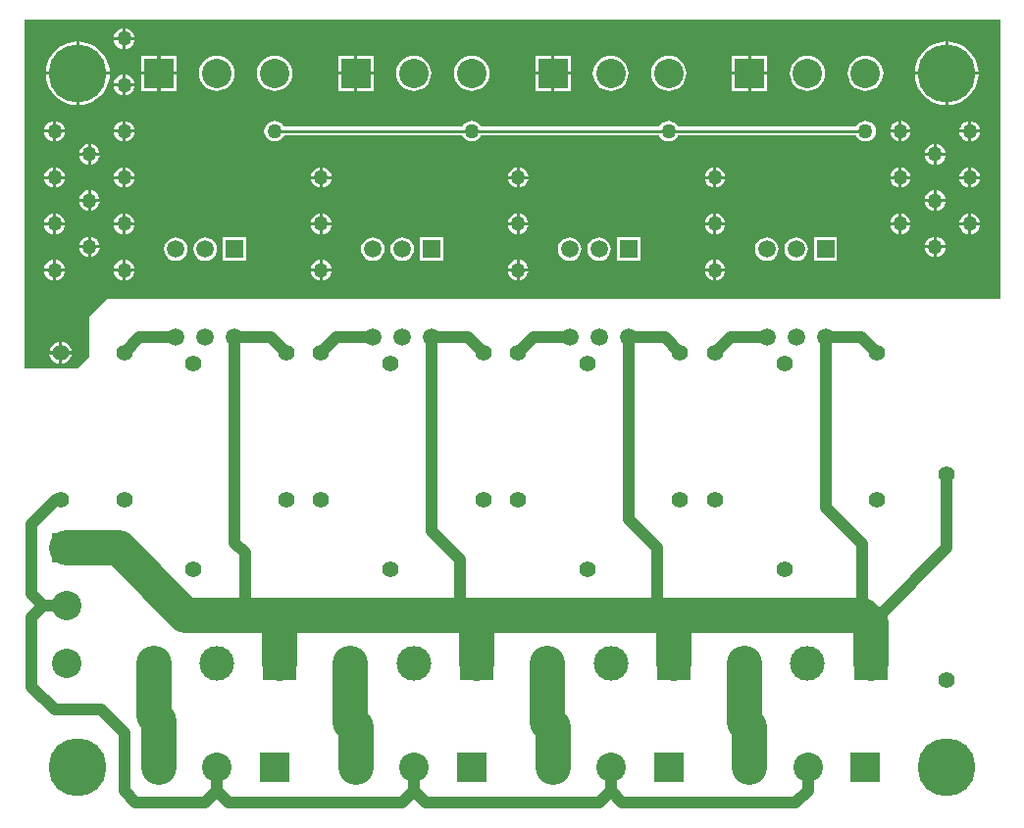
<source format=gbl>
G04 Layer_Physical_Order=2*
G04 Layer_Color=16711680*
%FSAX42Y42*%
%MOMM*%
G71*
G01*
G75*
%ADD10C,1.02*%
%ADD11C,0.25*%
%ADD12C,3.05*%
%ADD13R,3.00X3.00*%
%ADD14C,3.00*%
%ADD15R,2.54X2.54*%
%ADD16C,2.54*%
%ADD17R,2.54X2.54*%
%ADD18C,1.40*%
%ADD19R,1.50X1.50*%
%ADD20C,1.50*%
%ADD21C,5.00*%
%ADD22C,1.27*%
G36*
X017461Y015050D02*
X011750Y015050D01*
X009850Y015050D01*
X009750Y015050D01*
X009600Y014900D01*
X009600Y014550D01*
X009500Y014450D01*
X009039Y014450D01*
X009039Y017461D01*
X017461Y017461D01*
X017461Y015050D01*
X017461Y015050D02*
G37*
%LPC*%
G36*
X017288Y015687D02*
X017213Y015687D01*
X017213Y015612D01*
X017223Y015613D01*
X017245Y015622D01*
X017263Y015637D01*
X017278Y015655D01*
X017287Y015677D01*
X017288Y015687D01*
X017288Y015687D02*
G37*
G36*
X009287Y015788D02*
X009277Y015787D01*
X009255Y015778D01*
X009237Y015763D01*
X009222Y015745D01*
X009213Y015723D01*
X009212Y015713D01*
X009287Y015713D01*
X009287Y015788D01*
X009287Y015788D02*
G37*
G36*
X016587Y015687D02*
X016512Y015687D01*
X016513Y015677D01*
X016522Y015655D01*
X016537Y015637D01*
X016555Y015622D01*
X016577Y015613D01*
X016587Y015612D01*
X016587Y015687D01*
X016587Y015687D02*
G37*
G36*
X016688Y015687D02*
X016613Y015687D01*
X016613Y015612D01*
X016623Y015613D01*
X016645Y015622D01*
X016663Y015637D01*
X016678Y015655D01*
X016687Y015677D01*
X016688Y015687D01*
X016688Y015687D02*
G37*
G36*
X017187Y015687D02*
X017112Y015687D01*
X017113Y015677D01*
X017122Y015655D01*
X017137Y015637D01*
X017155Y015622D01*
X017177Y015613D01*
X017187Y015612D01*
X017187Y015687D01*
X017187Y015687D02*
G37*
G36*
X011587Y015788D02*
X011577Y015787D01*
X011555Y015778D01*
X011537Y015763D01*
X011522Y015745D01*
X011513Y015723D01*
X011512Y015713D01*
X011587Y015713D01*
X011587Y015788D01*
X011587Y015788D02*
G37*
G36*
X011613Y015788D02*
X011613Y015713D01*
X011688Y015713D01*
X011687Y015723D01*
X011678Y015745D01*
X011663Y015763D01*
X011645Y015778D01*
X011623Y015787D01*
X011613Y015788D01*
X011613Y015788D02*
G37*
G36*
X009913Y015788D02*
X009913Y015713D01*
X009988Y015713D01*
X009987Y015723D01*
X009978Y015745D01*
X009963Y015763D01*
X009945Y015778D01*
X009923Y015787D01*
X009913Y015788D01*
X009913Y015788D02*
G37*
G36*
X009313Y015788D02*
X009313Y015713D01*
X009388Y015713D01*
X009387Y015723D01*
X009378Y015745D01*
X009363Y015763D01*
X009345Y015778D01*
X009323Y015787D01*
X009313Y015788D01*
X009313Y015788D02*
G37*
G36*
X009887Y015788D02*
X009877Y015787D01*
X009855Y015778D01*
X009837Y015763D01*
X009822Y015745D01*
X009813Y015723D01*
X009812Y015713D01*
X009887Y015713D01*
X009887Y015788D01*
X009887Y015788D02*
G37*
G36*
X015088Y015687D02*
X015013Y015687D01*
X015013Y015612D01*
X015023Y015613D01*
X015045Y015622D01*
X015063Y015637D01*
X015078Y015655D01*
X015087Y015677D01*
X015088Y015687D01*
X015088Y015687D02*
G37*
G36*
X009887Y015687D02*
X009812Y015687D01*
X009813Y015677D01*
X009822Y015655D01*
X009837Y015637D01*
X009855Y015622D01*
X009877Y015613D01*
X009887Y015612D01*
X009887Y015687D01*
X009887Y015687D02*
G37*
G36*
X009988Y015687D02*
X009913Y015687D01*
X009913Y015612D01*
X009923Y015613D01*
X009945Y015622D01*
X009963Y015637D01*
X009978Y015655D01*
X009987Y015677D01*
X009988Y015687D01*
X009988Y015687D02*
G37*
G36*
X009388Y015687D02*
X009313Y015687D01*
X009313Y015612D01*
X009323Y015613D01*
X009345Y015622D01*
X009363Y015637D01*
X009378Y015655D01*
X009387Y015677D01*
X009388Y015687D01*
X009388Y015687D02*
G37*
G36*
X016913Y015588D02*
X016913Y015513D01*
X016988Y015513D01*
X016987Y015523D01*
X016978Y015545D01*
X016963Y015563D01*
X016945Y015578D01*
X016923Y015587D01*
X016913Y015588D01*
X016913Y015588D02*
G37*
G36*
X009287Y015687D02*
X009212Y015687D01*
X009213Y015677D01*
X009222Y015655D01*
X009237Y015637D01*
X009255Y015622D01*
X009277Y015613D01*
X009287Y015612D01*
X009287Y015687D01*
X009287Y015687D02*
G37*
G36*
X013388Y015687D02*
X013313Y015687D01*
X013313Y015612D01*
X013323Y015613D01*
X013345Y015622D01*
X013363Y015637D01*
X013378Y015655D01*
X013387Y015677D01*
X013388Y015687D01*
X013388Y015687D02*
G37*
G36*
X014987Y015687D02*
X014912Y015687D01*
X014913Y015677D01*
X014922Y015655D01*
X014937Y015637D01*
X014955Y015622D01*
X014977Y015613D01*
X014987Y015612D01*
X014987Y015687D01*
X014987Y015687D02*
G37*
G36*
X013287Y015687D02*
X013212Y015687D01*
X013213Y015677D01*
X013222Y015655D01*
X013237Y015637D01*
X013255Y015622D01*
X013277Y015613D01*
X013287Y015612D01*
X013287Y015687D01*
X013287Y015687D02*
G37*
G36*
X011587Y015687D02*
X011512Y015687D01*
X011513Y015677D01*
X011522Y015655D01*
X011537Y015637D01*
X011555Y015622D01*
X011577Y015613D01*
X011587Y015612D01*
X011587Y015687D01*
X011587Y015687D02*
G37*
G36*
X011688Y015687D02*
X011613Y015687D01*
X011613Y015612D01*
X011623Y015613D01*
X011645Y015622D01*
X011663Y015637D01*
X011678Y015655D01*
X011687Y015677D01*
X011688Y015687D01*
X011688Y015687D02*
G37*
G36*
X013287Y015788D02*
X013277Y015787D01*
X013255Y015778D01*
X013237Y015763D01*
X013222Y015745D01*
X013213Y015723D01*
X013212Y015713D01*
X013287Y015713D01*
X013287Y015788D01*
X013287Y015788D02*
G37*
G36*
X016913Y015988D02*
X016913Y015913D01*
X016988Y015913D01*
X016987Y015923D01*
X016978Y015945D01*
X016963Y015963D01*
X016945Y015978D01*
X016923Y015987D01*
X016913Y015988D01*
X016913Y015988D02*
G37*
G36*
X009287Y016087D02*
X009212Y016087D01*
X009213Y016077D01*
X009222Y016055D01*
X009237Y016037D01*
X009255Y016022D01*
X009277Y016013D01*
X009287Y016012D01*
X009287Y016087D01*
X009287Y016087D02*
G37*
G36*
X016887Y015988D02*
X016877Y015987D01*
X016855Y015978D01*
X016837Y015963D01*
X016822Y015945D01*
X016813Y015923D01*
X016812Y015913D01*
X016887Y015913D01*
X016887Y015988D01*
X016887Y015988D02*
G37*
G36*
X009587Y015988D02*
X009577Y015987D01*
X009555Y015978D01*
X009537Y015963D01*
X009522Y015945D01*
X009513Y015923D01*
X009512Y015913D01*
X009587Y015913D01*
X009587Y015988D01*
X009587Y015988D02*
G37*
G36*
X009613Y015988D02*
X009613Y015913D01*
X009688Y015913D01*
X009687Y015923D01*
X009678Y015945D01*
X009663Y015963D01*
X009645Y015978D01*
X009623Y015987D01*
X009613Y015988D01*
X009613Y015988D02*
G37*
G36*
X011587Y016087D02*
X011512Y016087D01*
X011513Y016077D01*
X011522Y016055D01*
X011537Y016037D01*
X011555Y016022D01*
X011577Y016013D01*
X011587Y016012D01*
X011587Y016087D01*
X011587Y016087D02*
G37*
G36*
X011688Y016087D02*
X011613Y016087D01*
X011613Y016012D01*
X011623Y016013D01*
X011645Y016022D01*
X011663Y016037D01*
X011678Y016055D01*
X011687Y016077D01*
X011688Y016087D01*
X011688Y016087D02*
G37*
G36*
X009988Y016087D02*
X009913Y016087D01*
X009913Y016012D01*
X009923Y016013D01*
X009945Y016022D01*
X009963Y016037D01*
X009978Y016055D01*
X009987Y016077D01*
X009988Y016087D01*
X009988Y016087D02*
G37*
G36*
X009388Y016087D02*
X009313Y016087D01*
X009313Y016012D01*
X009323Y016013D01*
X009345Y016022D01*
X009363Y016037D01*
X009378Y016055D01*
X009387Y016077D01*
X009388Y016087D01*
X009388Y016087D02*
G37*
G36*
X009887Y016087D02*
X009812Y016087D01*
X009813Y016077D01*
X009822Y016055D01*
X009837Y016037D01*
X009855Y016022D01*
X009877Y016013D01*
X009887Y016012D01*
X009887Y016087D01*
X009887Y016087D02*
G37*
G36*
X016988Y015887D02*
X016913Y015887D01*
X016913Y015812D01*
X016923Y015813D01*
X016945Y015822D01*
X016963Y015837D01*
X016978Y015855D01*
X016987Y015877D01*
X016988Y015887D01*
X016988Y015887D02*
G37*
G36*
X016587Y015788D02*
X016577Y015787D01*
X016555Y015778D01*
X016537Y015763D01*
X016522Y015745D01*
X016513Y015723D01*
X016512Y015713D01*
X016587Y015713D01*
X016587Y015788D01*
X016587Y015788D02*
G37*
G36*
X016613Y015788D02*
X016613Y015713D01*
X016688Y015713D01*
X016687Y015723D01*
X016678Y015745D01*
X016663Y015763D01*
X016645Y015778D01*
X016623Y015787D01*
X016613Y015788D01*
X016613Y015788D02*
G37*
G36*
X015013Y015788D02*
X015013Y015713D01*
X015088Y015713D01*
X015087Y015723D01*
X015078Y015745D01*
X015063Y015763D01*
X015045Y015778D01*
X015023Y015787D01*
X015013Y015788D01*
X015013Y015788D02*
G37*
G36*
X013313Y015788D02*
X013313Y015713D01*
X013388Y015713D01*
X013387Y015723D01*
X013378Y015745D01*
X013363Y015763D01*
X013345Y015778D01*
X013323Y015787D01*
X013313Y015788D01*
X013313Y015788D02*
G37*
G36*
X014987Y015788D02*
X014977Y015787D01*
X014955Y015778D01*
X014937Y015763D01*
X014922Y015745D01*
X014913Y015723D01*
X014912Y015713D01*
X014987Y015713D01*
X014987Y015788D01*
X014987Y015788D02*
G37*
G36*
X009688Y015887D02*
X009613Y015887D01*
X009613Y015812D01*
X009623Y015813D01*
X009645Y015822D01*
X009663Y015837D01*
X009678Y015855D01*
X009687Y015877D01*
X009688Y015887D01*
X009688Y015887D02*
G37*
G36*
X016887Y015887D02*
X016812Y015887D01*
X016813Y015877D01*
X016822Y015855D01*
X016837Y015837D01*
X016855Y015822D01*
X016877Y015813D01*
X016887Y015812D01*
X016887Y015887D01*
X016887Y015887D02*
G37*
G36*
X009587Y015887D02*
X009512Y015887D01*
X009513Y015877D01*
X009522Y015855D01*
X009537Y015837D01*
X009555Y015822D01*
X009577Y015813D01*
X009587Y015812D01*
X009587Y015887D01*
X009587Y015887D02*
G37*
G36*
X017187Y015788D02*
X017177Y015787D01*
X017155Y015778D01*
X017137Y015763D01*
X017122Y015745D01*
X017113Y015723D01*
X017112Y015713D01*
X017187Y015713D01*
X017187Y015788D01*
X017187Y015788D02*
G37*
G36*
X017213Y015788D02*
X017213Y015713D01*
X017288Y015713D01*
X017287Y015723D01*
X017278Y015745D01*
X017263Y015763D01*
X017245Y015778D01*
X017223Y015787D01*
X017213Y015788D01*
X017213Y015788D02*
G37*
G36*
X009287Y015388D02*
X009277Y015387D01*
X009255Y015378D01*
X009237Y015363D01*
X009222Y015345D01*
X009213Y015323D01*
X009212Y015313D01*
X009287Y015313D01*
X009287Y015388D01*
X009287Y015388D02*
G37*
G36*
X009313Y015388D02*
X009313Y015313D01*
X009388Y015313D01*
X009387Y015323D01*
X009378Y015345D01*
X009363Y015363D01*
X009345Y015378D01*
X009323Y015387D01*
X009313Y015388D01*
X009313Y015388D02*
G37*
G36*
X015088Y015287D02*
X015013Y015287D01*
X015013Y015212D01*
X015023Y015213D01*
X015045Y015222D01*
X015063Y015237D01*
X015078Y015255D01*
X015087Y015277D01*
X015088Y015287D01*
X015088Y015287D02*
G37*
G36*
X013388Y015287D02*
X013313Y015287D01*
X013313Y015212D01*
X013323Y015213D01*
X013345Y015222D01*
X013363Y015237D01*
X013378Y015255D01*
X013387Y015277D01*
X013388Y015287D01*
X013388Y015287D02*
G37*
G36*
X014987Y015287D02*
X014912Y015287D01*
X014913Y015277D01*
X014922Y015255D01*
X014937Y015237D01*
X014955Y015222D01*
X014977Y015213D01*
X014987Y015212D01*
X014987Y015287D01*
X014987Y015287D02*
G37*
G36*
X011613Y015388D02*
X011613Y015313D01*
X011688Y015313D01*
X011687Y015323D01*
X011678Y015345D01*
X011663Y015363D01*
X011645Y015378D01*
X011623Y015387D01*
X011613Y015388D01*
X011613Y015388D02*
G37*
G36*
X013287Y015388D02*
X013277Y015387D01*
X013255Y015378D01*
X013237Y015363D01*
X013222Y015345D01*
X013213Y015323D01*
X013212Y015313D01*
X013287Y015313D01*
X013287Y015388D01*
X013287Y015388D02*
G37*
G36*
X011587Y015388D02*
X011577Y015387D01*
X011555Y015378D01*
X011537Y015363D01*
X011522Y015345D01*
X011513Y015323D01*
X011512Y015313D01*
X011587Y015313D01*
X011587Y015388D01*
X011587Y015388D02*
G37*
G36*
X009887Y015388D02*
X009877Y015387D01*
X009855Y015378D01*
X009837Y015363D01*
X009822Y015345D01*
X009813Y015323D01*
X009812Y015313D01*
X009887Y015313D01*
X009887Y015388D01*
X009887Y015388D02*
G37*
G36*
X009913Y015388D02*
X009913Y015313D01*
X009988Y015313D01*
X009987Y015323D01*
X009978Y015345D01*
X009963Y015363D01*
X009945Y015378D01*
X009923Y015387D01*
X009913Y015388D01*
X009913Y015388D02*
G37*
G36*
X013287Y015287D02*
X013212Y015287D01*
X013213Y015277D01*
X013222Y015255D01*
X013237Y015237D01*
X013255Y015222D01*
X013277Y015213D01*
X013287Y015212D01*
X013287Y015287D01*
X013287Y015287D02*
G37*
G36*
X009363Y014680D02*
X009363Y014598D01*
X009445Y014598D01*
X009443Y014610D01*
X009433Y014633D01*
X009418Y014653D01*
X009398Y014668D01*
X009375Y014678D01*
X009363Y014680D01*
X009363Y014680D02*
G37*
G36*
X009287Y015287D02*
X009212Y015287D01*
X009213Y015277D01*
X009222Y015255D01*
X009237Y015237D01*
X009255Y015222D01*
X009277Y015213D01*
X009287Y015212D01*
X009287Y015287D01*
X009287Y015287D02*
G37*
G36*
X009337Y014680D02*
X009325Y014678D01*
X009302Y014668D01*
X009282Y014653D01*
X009267Y014633D01*
X009257Y014610D01*
X009255Y014598D01*
X009337Y014598D01*
X009337Y014680D01*
X009337Y014680D02*
G37*
G36*
X009337Y014572D02*
X009255Y014572D01*
X009257Y014560D01*
X009267Y014537D01*
X009282Y014517D01*
X009302Y014502D01*
X009325Y014492D01*
X009337Y014490D01*
X009337Y014572D01*
X009337Y014572D02*
G37*
G36*
X009445Y014572D02*
X009363Y014572D01*
X009363Y014490D01*
X009375Y014492D01*
X009398Y014502D01*
X009418Y014517D01*
X009433Y014537D01*
X009443Y014560D01*
X009445Y014572D01*
X009445Y014572D02*
G37*
G36*
X011587Y015287D02*
X011512Y015287D01*
X011513Y015277D01*
X011522Y015255D01*
X011537Y015237D01*
X011555Y015222D01*
X011577Y015213D01*
X011587Y015212D01*
X011587Y015287D01*
X011587Y015287D02*
G37*
G36*
X011688Y015287D02*
X011613Y015287D01*
X011613Y015212D01*
X011623Y015213D01*
X011645Y015222D01*
X011663Y015237D01*
X011678Y015255D01*
X011687Y015277D01*
X011688Y015287D01*
X011688Y015287D02*
G37*
G36*
X009988Y015287D02*
X009913Y015287D01*
X009913Y015212D01*
X009923Y015213D01*
X009945Y015222D01*
X009963Y015237D01*
X009978Y015255D01*
X009987Y015277D01*
X009988Y015287D01*
X009988Y015287D02*
G37*
G36*
X009388Y015287D02*
X009313Y015287D01*
X009313Y015212D01*
X009323Y015213D01*
X009345Y015222D01*
X009363Y015237D01*
X009378Y015255D01*
X009387Y015277D01*
X009388Y015287D01*
X009388Y015287D02*
G37*
G36*
X009887Y015287D02*
X009812Y015287D01*
X009813Y015277D01*
X009822Y015255D01*
X009837Y015237D01*
X009855Y015222D01*
X009877Y015213D01*
X009887Y015212D01*
X009887Y015287D01*
X009887Y015287D02*
G37*
G36*
X013313Y015388D02*
X013313Y015313D01*
X013388Y015313D01*
X013387Y015323D01*
X013378Y015345D01*
X013363Y015363D01*
X013345Y015378D01*
X013323Y015387D01*
X013313Y015388D01*
X013313Y015388D02*
G37*
G36*
X009587Y015487D02*
X009512Y015487D01*
X009513Y015477D01*
X009522Y015455D01*
X009537Y015437D01*
X009555Y015422D01*
X009577Y015413D01*
X009587Y015412D01*
X009587Y015487D01*
X009587Y015487D02*
G37*
G36*
X009688Y015487D02*
X009613Y015487D01*
X009613Y015412D01*
X009623Y015413D01*
X009645Y015422D01*
X009663Y015437D01*
X009678Y015455D01*
X009687Y015477D01*
X009688Y015487D01*
X009688Y015487D02*
G37*
G36*
X016054Y015581D02*
X015854Y015581D01*
X015854Y015381D01*
X016054Y015381D01*
X016054Y015581D01*
X016054Y015581D02*
G37*
G36*
X012654Y015581D02*
X012454Y015581D01*
X012454Y015381D01*
X012654Y015381D01*
X012654Y015581D01*
X012654Y015581D02*
G37*
G36*
X014354Y015581D02*
X014154Y015581D01*
X014154Y015381D01*
X014354Y015381D01*
X014354Y015581D01*
X014354Y015581D02*
G37*
G36*
X009613Y015588D02*
X009613Y015513D01*
X009688Y015513D01*
X009687Y015523D01*
X009678Y015545D01*
X009663Y015563D01*
X009645Y015578D01*
X009623Y015587D01*
X009613Y015588D01*
X009613Y015588D02*
G37*
G36*
X016887Y015588D02*
X016877Y015587D01*
X016855Y015578D01*
X016837Y015563D01*
X016822Y015545D01*
X016813Y015523D01*
X016812Y015513D01*
X016887Y015513D01*
X016887Y015588D01*
X016887Y015588D02*
G37*
G36*
X009587Y015588D02*
X009577Y015587D01*
X009555Y015578D01*
X009537Y015563D01*
X009522Y015545D01*
X009513Y015523D01*
X009512Y015513D01*
X009587Y015513D01*
X009587Y015588D01*
X009587Y015588D02*
G37*
G36*
X016887Y015487D02*
X016812Y015487D01*
X016813Y015477D01*
X016822Y015455D01*
X016837Y015437D01*
X016855Y015422D01*
X016877Y015413D01*
X016887Y015412D01*
X016887Y015487D01*
X016887Y015487D02*
G37*
G36*
X016988Y015487D02*
X016913Y015487D01*
X016913Y015412D01*
X016923Y015413D01*
X016945Y015422D01*
X016963Y015437D01*
X016978Y015455D01*
X016987Y015477D01*
X016988Y015487D01*
X016988Y015487D02*
G37*
G36*
X010954Y015581D02*
X010754Y015581D01*
X010754Y015381D01*
X010954Y015381D01*
X010954Y015581D01*
X010954Y015581D02*
G37*
G36*
X010600Y015582D02*
X010574Y015579D01*
X010549Y015569D01*
X010528Y015553D01*
X010512Y015532D01*
X010502Y015507D01*
X010499Y015481D01*
X010502Y015455D01*
X010512Y015430D01*
X010528Y015409D01*
X010549Y015393D01*
X010574Y015383D01*
X010600Y015380D01*
X010626Y015383D01*
X010651Y015393D01*
X010672Y015409D01*
X010688Y015430D01*
X010698Y015455D01*
X010701Y015481D01*
X010698Y015507D01*
X010688Y015532D01*
X010672Y015553D01*
X010651Y015569D01*
X010626Y015579D01*
X010600Y015582D01*
X010600Y015582D02*
G37*
G36*
X012046Y015582D02*
X012020Y015579D01*
X011995Y015569D01*
X011974Y015553D01*
X011958Y015532D01*
X011948Y015507D01*
X011945Y015481D01*
X011948Y015455D01*
X011958Y015430D01*
X011974Y015409D01*
X011995Y015393D01*
X012020Y015383D01*
X012046Y015380D01*
X012072Y015383D01*
X012097Y015393D01*
X012118Y015409D01*
X012134Y015430D01*
X012144Y015455D01*
X012147Y015481D01*
X012144Y015507D01*
X012134Y015532D01*
X012118Y015553D01*
X012097Y015569D01*
X012072Y015579D01*
X012046Y015582D01*
X012046Y015582D02*
G37*
G36*
X010346Y015582D02*
X010320Y015579D01*
X010295Y015569D01*
X010274Y015553D01*
X010258Y015532D01*
X010248Y015507D01*
X010245Y015481D01*
X010248Y015455D01*
X010258Y015430D01*
X010274Y015409D01*
X010295Y015393D01*
X010320Y015383D01*
X010346Y015380D01*
X010372Y015383D01*
X010397Y015393D01*
X010418Y015409D01*
X010434Y015430D01*
X010444Y015455D01*
X010447Y015481D01*
X010444Y015507D01*
X010434Y015532D01*
X010418Y015553D01*
X010397Y015569D01*
X010372Y015579D01*
X010346Y015582D01*
X010346Y015582D02*
G37*
G36*
X014987Y015388D02*
X014977Y015387D01*
X014955Y015378D01*
X014937Y015363D01*
X014922Y015345D01*
X014913Y015323D01*
X014912Y015313D01*
X014987Y015313D01*
X014987Y015388D01*
X014987Y015388D02*
G37*
G36*
X015013Y015388D02*
X015013Y015313D01*
X015088Y015313D01*
X015087Y015323D01*
X015078Y015345D01*
X015063Y015363D01*
X015045Y015378D01*
X015023Y015387D01*
X015013Y015388D01*
X015013Y015388D02*
G37*
G36*
X015446Y015582D02*
X015420Y015579D01*
X015395Y015569D01*
X015374Y015553D01*
X015358Y015532D01*
X015348Y015507D01*
X015345Y015481D01*
X015348Y015455D01*
X015358Y015430D01*
X015374Y015409D01*
X015395Y015393D01*
X015420Y015383D01*
X015446Y015380D01*
X015472Y015383D01*
X015497Y015393D01*
X015518Y015409D01*
X015534Y015430D01*
X015544Y015455D01*
X015547Y015481D01*
X015544Y015507D01*
X015534Y015532D01*
X015518Y015553D01*
X015497Y015569D01*
X015472Y015579D01*
X015446Y015582D01*
X015446Y015582D02*
G37*
G36*
X015700Y015582D02*
X015674Y015579D01*
X015649Y015569D01*
X015628Y015553D01*
X015612Y015532D01*
X015602Y015507D01*
X015599Y015481D01*
X015602Y015455D01*
X015612Y015430D01*
X015628Y015409D01*
X015649Y015393D01*
X015674Y015383D01*
X015700Y015380D01*
X015726Y015383D01*
X015751Y015393D01*
X015772Y015409D01*
X015788Y015430D01*
X015798Y015455D01*
X015801Y015481D01*
X015798Y015507D01*
X015788Y015532D01*
X015772Y015553D01*
X015751Y015569D01*
X015726Y015579D01*
X015700Y015582D01*
X015700Y015582D02*
G37*
G36*
X014000Y015582D02*
X013974Y015579D01*
X013949Y015569D01*
X013928Y015553D01*
X013912Y015532D01*
X013902Y015507D01*
X013899Y015481D01*
X013902Y015455D01*
X013912Y015430D01*
X013928Y015409D01*
X013949Y015393D01*
X013974Y015383D01*
X014000Y015380D01*
X014026Y015383D01*
X014051Y015393D01*
X014072Y015409D01*
X014088Y015430D01*
X014098Y015455D01*
X014101Y015481D01*
X014098Y015507D01*
X014088Y015532D01*
X014072Y015553D01*
X014051Y015569D01*
X014026Y015579D01*
X014000Y015582D01*
X014000Y015582D02*
G37*
G36*
X012300Y015582D02*
X012274Y015579D01*
X012249Y015569D01*
X012228Y015553D01*
X012212Y015532D01*
X012202Y015507D01*
X012199Y015481D01*
X012202Y015455D01*
X012212Y015430D01*
X012228Y015409D01*
X012249Y015393D01*
X012274Y015383D01*
X012300Y015380D01*
X012326Y015383D01*
X012351Y015393D01*
X012372Y015409D01*
X012388Y015430D01*
X012398Y015455D01*
X012401Y015481D01*
X012398Y015507D01*
X012388Y015532D01*
X012372Y015553D01*
X012351Y015569D01*
X012326Y015579D01*
X012300Y015582D01*
X012300Y015582D02*
G37*
G36*
X013746Y015582D02*
X013720Y015579D01*
X013695Y015569D01*
X013674Y015553D01*
X013658Y015532D01*
X013648Y015507D01*
X013645Y015481D01*
X013648Y015455D01*
X013658Y015430D01*
X013674Y015409D01*
X013695Y015393D01*
X013720Y015383D01*
X013746Y015380D01*
X013772Y015383D01*
X013797Y015393D01*
X013818Y015409D01*
X013834Y015430D01*
X013844Y015455D01*
X013847Y015481D01*
X013844Y015507D01*
X013834Y015532D01*
X013818Y015553D01*
X013797Y015569D01*
X013772Y015579D01*
X013746Y015582D01*
X013746Y015582D02*
G37*
G36*
X014600Y017153D02*
X014570Y017150D01*
X014541Y017141D01*
X014515Y017127D01*
X014492Y017108D01*
X014473Y017085D01*
X014459Y017059D01*
X014450Y017030D01*
X014447Y017000D01*
X014450Y016970D01*
X014459Y016941D01*
X014473Y016915D01*
X014492Y016892D01*
X014515Y016873D01*
X014541Y016859D01*
X014570Y016850D01*
X014600Y016847D01*
X014630Y016850D01*
X014659Y016859D01*
X014685Y016873D01*
X014708Y016892D01*
X014727Y016915D01*
X014741Y016941D01*
X014750Y016970D01*
X014753Y017000D01*
X014750Y017030D01*
X014741Y017059D01*
X014727Y017085D01*
X014708Y017108D01*
X014685Y017127D01*
X014659Y017141D01*
X014630Y017150D01*
X014600Y017153D01*
X014600Y017153D02*
G37*
G36*
X015799Y017153D02*
X015769Y017150D01*
X015741Y017141D01*
X015714Y017127D01*
X015691Y017108D01*
X015672Y017085D01*
X015658Y017059D01*
X015649Y017030D01*
X015646Y017000D01*
X015649Y016970D01*
X015658Y016941D01*
X015672Y016915D01*
X015691Y016892D01*
X015714Y016873D01*
X015741Y016859D01*
X015769Y016850D01*
X015799Y016847D01*
X015829Y016850D01*
X015858Y016859D01*
X015884Y016873D01*
X015907Y016892D01*
X015927Y016915D01*
X015941Y016941D01*
X015949Y016970D01*
X015952Y017000D01*
X015949Y017030D01*
X015941Y017059D01*
X015927Y017085D01*
X015907Y017108D01*
X015884Y017127D01*
X015858Y017141D01*
X015829Y017150D01*
X015799Y017153D01*
X015799Y017153D02*
G37*
G36*
X014099Y017153D02*
X014069Y017150D01*
X014041Y017141D01*
X014014Y017127D01*
X013991Y017108D01*
X013972Y017085D01*
X013958Y017059D01*
X013949Y017030D01*
X013946Y017000D01*
X013949Y016970D01*
X013958Y016941D01*
X013972Y016915D01*
X013991Y016892D01*
X014014Y016873D01*
X014041Y016859D01*
X014069Y016850D01*
X014099Y016847D01*
X014129Y016850D01*
X014158Y016859D01*
X014184Y016873D01*
X014207Y016892D01*
X014227Y016915D01*
X014241Y016941D01*
X014249Y016970D01*
X014252Y017000D01*
X014249Y017030D01*
X014241Y017059D01*
X014227Y017085D01*
X014207Y017108D01*
X014184Y017127D01*
X014158Y017141D01*
X014129Y017150D01*
X014099Y017153D01*
X014099Y017153D02*
G37*
G36*
X012399Y017153D02*
X012369Y017150D01*
X012341Y017141D01*
X012314Y017127D01*
X012291Y017108D01*
X012272Y017085D01*
X012258Y017059D01*
X012249Y017030D01*
X012246Y017000D01*
X012249Y016970D01*
X012258Y016941D01*
X012272Y016915D01*
X012291Y016892D01*
X012314Y016873D01*
X012341Y016859D01*
X012369Y016850D01*
X012399Y016847D01*
X012429Y016850D01*
X012458Y016859D01*
X012484Y016873D01*
X012507Y016892D01*
X012527Y016915D01*
X012541Y016941D01*
X012549Y016970D01*
X012552Y017000D01*
X012549Y017030D01*
X012541Y017059D01*
X012527Y017085D01*
X012507Y017108D01*
X012484Y017127D01*
X012458Y017141D01*
X012429Y017150D01*
X012399Y017153D01*
X012399Y017153D02*
G37*
G36*
X012900Y017153D02*
X012870Y017150D01*
X012841Y017141D01*
X012815Y017127D01*
X012792Y017108D01*
X012773Y017085D01*
X012759Y017059D01*
X012750Y017030D01*
X012747Y017000D01*
X012750Y016970D01*
X012759Y016941D01*
X012773Y016915D01*
X012792Y016892D01*
X012815Y016873D01*
X012841Y016859D01*
X012870Y016850D01*
X012900Y016847D01*
X012930Y016850D01*
X012959Y016859D01*
X012985Y016873D01*
X013008Y016892D01*
X013027Y016915D01*
X013041Y016941D01*
X013050Y016970D01*
X013053Y017000D01*
X013050Y017030D01*
X013041Y017059D01*
X013027Y017085D01*
X013008Y017108D01*
X012985Y017127D01*
X012959Y017141D01*
X012930Y017150D01*
X012900Y017153D01*
X012900Y017153D02*
G37*
G36*
X011887Y016987D02*
X011748Y016987D01*
X011748Y016848D01*
X011887Y016848D01*
X011887Y016987D01*
X011887Y016987D02*
G37*
G36*
X012052Y016987D02*
X011913Y016987D01*
X011913Y016848D01*
X012052Y016848D01*
X012052Y016987D01*
X012052Y016987D02*
G37*
G36*
X010352Y016987D02*
X010213Y016987D01*
X010213Y016848D01*
X010352Y016848D01*
X010352Y016987D01*
X010352Y016987D02*
G37*
G36*
X016300Y017153D02*
X016270Y017150D01*
X016241Y017141D01*
X016215Y017127D01*
X016192Y017108D01*
X016173Y017085D01*
X016159Y017059D01*
X016150Y017030D01*
X016147Y017000D01*
X016150Y016970D01*
X016159Y016941D01*
X016173Y016915D01*
X016192Y016892D01*
X016215Y016873D01*
X016241Y016859D01*
X016270Y016850D01*
X016300Y016847D01*
X016330Y016850D01*
X016359Y016859D01*
X016385Y016873D01*
X016408Y016892D01*
X016427Y016915D01*
X016441Y016941D01*
X016450Y016970D01*
X016453Y017000D01*
X016450Y017030D01*
X016441Y017059D01*
X016427Y017085D01*
X016408Y017108D01*
X016385Y017127D01*
X016359Y017141D01*
X016330Y017150D01*
X016300Y017153D01*
X016300Y017153D02*
G37*
G36*
X010187Y016987D02*
X010048Y016987D01*
X010048Y016848D01*
X010187Y016848D01*
X010187Y016987D01*
X010187Y016987D02*
G37*
G36*
X011200Y017153D02*
X011170Y017150D01*
X011141Y017141D01*
X011115Y017127D01*
X011092Y017108D01*
X011073Y017085D01*
X011059Y017059D01*
X011050Y017030D01*
X011047Y017000D01*
X011050Y016970D01*
X011059Y016941D01*
X011073Y016915D01*
X011092Y016892D01*
X011115Y016873D01*
X011141Y016859D01*
X011170Y016850D01*
X011200Y016847D01*
X011230Y016850D01*
X011259Y016859D01*
X011285Y016873D01*
X011308Y016892D01*
X011327Y016915D01*
X011341Y016941D01*
X011350Y016970D01*
X011353Y017000D01*
X011350Y017030D01*
X011341Y017059D01*
X011327Y017085D01*
X011308Y017108D01*
X011285Y017127D01*
X011259Y017141D01*
X011230Y017150D01*
X011200Y017153D01*
X011200Y017153D02*
G37*
G36*
X009487Y016987D02*
X009225Y016987D01*
X009227Y016957D01*
X009237Y016915D01*
X009254Y016875D01*
X009277Y016838D01*
X009305Y016805D01*
X009338Y016777D01*
X009375Y016754D01*
X009415Y016737D01*
X009457Y016727D01*
X009487Y016725D01*
X009487Y016987D01*
X009487Y016987D02*
G37*
G36*
X009775Y016987D02*
X009513Y016987D01*
X009513Y016725D01*
X009543Y016727D01*
X009585Y016737D01*
X009625Y016754D01*
X009662Y016777D01*
X009695Y016805D01*
X009723Y016838D01*
X009746Y016875D01*
X009763Y016915D01*
X009773Y016957D01*
X009775Y016987D01*
X009775Y016987D02*
G37*
G36*
X016300Y016590D02*
X016277Y016587D01*
X016255Y016578D01*
X016237Y016563D01*
X016222Y016545D01*
X016220Y016539D01*
X014680Y016539D01*
X014678Y016545D01*
X014663Y016563D01*
X014645Y016578D01*
X014623Y016587D01*
X014600Y016590D01*
X014577Y016587D01*
X014555Y016578D01*
X014537Y016563D01*
X014522Y016545D01*
X014520Y016539D01*
X012980Y016539D01*
X012978Y016545D01*
X012963Y016563D01*
X012945Y016578D01*
X012923Y016587D01*
X012900Y016590D01*
X012877Y016587D01*
X012855Y016578D01*
X012837Y016563D01*
X012822Y016545D01*
X012820Y016539D01*
X011280Y016539D01*
X011278Y016545D01*
X011263Y016563D01*
X011245Y016578D01*
X011223Y016587D01*
X011200Y016590D01*
X011177Y016587D01*
X011155Y016578D01*
X011137Y016563D01*
X011122Y016545D01*
X011113Y016523D01*
X011110Y016500D01*
X011113Y016477D01*
X011122Y016455D01*
X011137Y016437D01*
X011155Y016422D01*
X011177Y016413D01*
X011200Y016410D01*
X011223Y016413D01*
X011245Y016422D01*
X011263Y016437D01*
X011278Y016455D01*
X011280Y016461D01*
X012820Y016461D01*
X012822Y016455D01*
X012837Y016437D01*
X012855Y016422D01*
X012877Y016413D01*
X012900Y016410D01*
X012923Y016413D01*
X012945Y016422D01*
X012963Y016437D01*
X012978Y016455D01*
X012980Y016461D01*
X014520Y016461D01*
X014522Y016455D01*
X014537Y016437D01*
X014555Y016422D01*
X014577Y016413D01*
X014600Y016410D01*
X014623Y016413D01*
X014645Y016422D01*
X014663Y016437D01*
X014678Y016455D01*
X014680Y016461D01*
X016220Y016461D01*
X016222Y016455D01*
X016237Y016437D01*
X016255Y016422D01*
X016277Y016413D01*
X016300Y016410D01*
X016323Y016413D01*
X016345Y016422D01*
X016363Y016437D01*
X016378Y016455D01*
X016387Y016477D01*
X016390Y016500D01*
X016387Y016523D01*
X016378Y016545D01*
X016363Y016563D01*
X016345Y016578D01*
X016323Y016587D01*
X016300Y016590D01*
X016300Y016590D02*
G37*
G36*
X017187Y016588D02*
X017177Y016587D01*
X017155Y016578D01*
X017137Y016563D01*
X017122Y016545D01*
X017113Y016523D01*
X017112Y016513D01*
X017187Y016513D01*
X017187Y016588D01*
X017187Y016588D02*
G37*
G36*
X017213Y016588D02*
X017213Y016513D01*
X017288Y016513D01*
X017287Y016523D01*
X017278Y016545D01*
X017263Y016563D01*
X017245Y016578D01*
X017223Y016587D01*
X017213Y016588D01*
X017213Y016588D02*
G37*
G36*
X009988Y016887D02*
X009913Y016887D01*
X009913Y016812D01*
X009923Y016813D01*
X009945Y016822D01*
X009963Y016837D01*
X009978Y016855D01*
X009987Y016877D01*
X009988Y016887D01*
X009988Y016887D02*
G37*
G36*
X010699Y017153D02*
X010669Y017150D01*
X010641Y017141D01*
X010614Y017127D01*
X010591Y017108D01*
X010572Y017085D01*
X010558Y017059D01*
X010549Y017030D01*
X010546Y017000D01*
X010549Y016970D01*
X010558Y016941D01*
X010572Y016915D01*
X010591Y016892D01*
X010614Y016873D01*
X010641Y016859D01*
X010669Y016850D01*
X010699Y016847D01*
X010729Y016850D01*
X010758Y016859D01*
X010784Y016873D01*
X010807Y016892D01*
X010827Y016915D01*
X010841Y016941D01*
X010849Y016970D01*
X010852Y017000D01*
X010849Y017030D01*
X010841Y017059D01*
X010827Y017085D01*
X010807Y017108D01*
X010784Y017127D01*
X010758Y017141D01*
X010729Y017150D01*
X010699Y017153D01*
X010699Y017153D02*
G37*
G36*
X009887Y016887D02*
X009812Y016887D01*
X009813Y016877D01*
X009822Y016855D01*
X009837Y016837D01*
X009855Y016822D01*
X009877Y016813D01*
X009887Y016812D01*
X009887Y016887D01*
X009887Y016887D02*
G37*
G36*
X016987Y016987D02*
X016725Y016987D01*
X016727Y016957D01*
X016737Y016915D01*
X016754Y016875D01*
X016777Y016838D01*
X016805Y016805D01*
X016838Y016777D01*
X016875Y016754D01*
X016915Y016737D01*
X016957Y016727D01*
X016987Y016725D01*
X016987Y016987D01*
X016987Y016987D02*
G37*
G36*
X017275Y016987D02*
X017013Y016987D01*
X017013Y016725D01*
X017043Y016727D01*
X017085Y016737D01*
X017125Y016754D01*
X017162Y016777D01*
X017195Y016805D01*
X017223Y016838D01*
X017246Y016875D01*
X017263Y016915D01*
X017273Y016957D01*
X017275Y016987D01*
X017275Y016987D02*
G37*
G36*
X013587Y016987D02*
X013448Y016987D01*
X013448Y016848D01*
X013587Y016848D01*
X013587Y016987D01*
X013587Y016987D02*
G37*
G36*
X015452Y017152D02*
X015313Y017152D01*
X015313Y017013D01*
X015452Y017013D01*
X015452Y017152D01*
X015452Y017152D02*
G37*
G36*
X013587Y017152D02*
X013448Y017152D01*
X013448Y017013D01*
X013587Y017013D01*
X013587Y017152D01*
X013587Y017152D02*
G37*
G36*
X010352Y017152D02*
X010213Y017152D01*
X010213Y017013D01*
X010352Y017013D01*
X010352Y017152D01*
X010352Y017152D02*
G37*
G36*
X010187Y017152D02*
X010048Y017152D01*
X010048Y017013D01*
X010187Y017013D01*
X010187Y017152D01*
X010187Y017152D02*
G37*
G36*
X015287Y017152D02*
X015148Y017152D01*
X015148Y017013D01*
X015287Y017013D01*
X015287Y017152D01*
X015287Y017152D02*
G37*
G36*
X009887Y017388D02*
X009877Y017387D01*
X009855Y017378D01*
X009837Y017363D01*
X009822Y017345D01*
X009813Y017323D01*
X009812Y017313D01*
X009887Y017313D01*
X009887Y017388D01*
X009887Y017388D02*
G37*
G36*
X009913Y017388D02*
X009913Y017313D01*
X009988Y017313D01*
X009987Y017323D01*
X009978Y017345D01*
X009963Y017363D01*
X009945Y017378D01*
X009923Y017387D01*
X009913Y017388D01*
X009913Y017388D02*
G37*
G36*
X009988Y017287D02*
X009913Y017287D01*
X009913Y017212D01*
X009923Y017213D01*
X009945Y017222D01*
X009963Y017237D01*
X009978Y017255D01*
X009987Y017277D01*
X009988Y017287D01*
X009988Y017287D02*
G37*
G36*
X013752Y017152D02*
X013613Y017152D01*
X013613Y017013D01*
X013752Y017013D01*
X013752Y017152D01*
X013752Y017152D02*
G37*
G36*
X009887Y017287D02*
X009812Y017287D01*
X009813Y017277D01*
X009822Y017255D01*
X009837Y017237D01*
X009855Y017222D01*
X009877Y017213D01*
X009887Y017212D01*
X009887Y017287D01*
X009887Y017287D02*
G37*
G36*
X012052Y017152D02*
X011913Y017152D01*
X011913Y017013D01*
X012052Y017013D01*
X012052Y017152D01*
X012052Y017152D02*
G37*
G36*
X009887Y016988D02*
X009877Y016987D01*
X009855Y016978D01*
X009837Y016963D01*
X009822Y016945D01*
X009813Y016923D01*
X009812Y016913D01*
X009887Y016913D01*
X009887Y016988D01*
X009887Y016988D02*
G37*
G36*
X009913Y016988D02*
X009913Y016913D01*
X009988Y016913D01*
X009987Y016923D01*
X009978Y016945D01*
X009963Y016963D01*
X009945Y016978D01*
X009923Y016987D01*
X009913Y016988D01*
X009913Y016988D02*
G37*
G36*
X015452Y016987D02*
X015313Y016987D01*
X015313Y016848D01*
X015452Y016848D01*
X015452Y016987D01*
X015452Y016987D02*
G37*
G36*
X013752Y016987D02*
X013613Y016987D01*
X013613Y016848D01*
X013752Y016848D01*
X013752Y016987D01*
X013752Y016987D02*
G37*
G36*
X015287Y016987D02*
X015148Y016987D01*
X015148Y016848D01*
X015287Y016848D01*
X015287Y016987D01*
X015287Y016987D02*
G37*
G36*
X017013Y017275D02*
X017013Y017013D01*
X017275Y017013D01*
X017273Y017043D01*
X017263Y017085D01*
X017246Y017125D01*
X017223Y017162D01*
X017195Y017195D01*
X017162Y017223D01*
X017125Y017246D01*
X017085Y017263D01*
X017043Y017273D01*
X017013Y017275D01*
X017013Y017275D02*
G37*
G36*
X011887Y017152D02*
X011748Y017152D01*
X011748Y017013D01*
X011887Y017013D01*
X011887Y017152D01*
X011887Y017152D02*
G37*
G36*
X016987Y017275D02*
X016957Y017273D01*
X016915Y017263D01*
X016875Y017246D01*
X016838Y017223D01*
X016805Y017195D01*
X016777Y017162D01*
X016754Y017125D01*
X016737Y017085D01*
X016727Y017043D01*
X016725Y017013D01*
X016987Y017013D01*
X016987Y017275D01*
X016987Y017275D02*
G37*
G36*
X009487Y017275D02*
X009457Y017273D01*
X009415Y017263D01*
X009375Y017246D01*
X009338Y017223D01*
X009305Y017195D01*
X009277Y017162D01*
X009254Y017125D01*
X009237Y017085D01*
X009227Y017043D01*
X009225Y017013D01*
X009487Y017013D01*
X009487Y017275D01*
X009487Y017275D02*
G37*
G36*
X009513Y017275D02*
X009513Y017013D01*
X009775Y017013D01*
X009773Y017043D01*
X009763Y017085D01*
X009746Y017125D01*
X009723Y017162D01*
X009695Y017195D01*
X009662Y017223D01*
X009625Y017246D01*
X009585Y017263D01*
X009543Y017273D01*
X009513Y017275D01*
X009513Y017275D02*
G37*
G36*
X016613Y016588D02*
X016613Y016513D01*
X016688Y016513D01*
X016687Y016523D01*
X016678Y016545D01*
X016663Y016563D01*
X016645Y016578D01*
X016623Y016587D01*
X016613Y016588D01*
X016613Y016588D02*
G37*
G36*
X013287Y016188D02*
X013277Y016187D01*
X013255Y016178D01*
X013237Y016163D01*
X013222Y016145D01*
X013213Y016123D01*
X013212Y016113D01*
X013287Y016113D01*
X013287Y016188D01*
X013287Y016188D02*
G37*
G36*
X013313Y016188D02*
X013313Y016113D01*
X013388Y016113D01*
X013387Y016123D01*
X013378Y016145D01*
X013363Y016163D01*
X013345Y016178D01*
X013323Y016187D01*
X013313Y016188D01*
X013313Y016188D02*
G37*
G36*
X011613Y016188D02*
X011613Y016113D01*
X011688Y016113D01*
X011687Y016123D01*
X011678Y016145D01*
X011663Y016163D01*
X011645Y016178D01*
X011623Y016187D01*
X011613Y016188D01*
X011613Y016188D02*
G37*
G36*
X009913Y016188D02*
X009913Y016113D01*
X009988Y016113D01*
X009987Y016123D01*
X009978Y016145D01*
X009963Y016163D01*
X009945Y016178D01*
X009923Y016187D01*
X009913Y016188D01*
X009913Y016188D02*
G37*
G36*
X011587Y016188D02*
X011577Y016187D01*
X011555Y016178D01*
X011537Y016163D01*
X011522Y016145D01*
X011513Y016123D01*
X011512Y016113D01*
X011587Y016113D01*
X011587Y016188D01*
X011587Y016188D02*
G37*
G36*
X016613Y016188D02*
X016613Y016113D01*
X016688Y016113D01*
X016687Y016123D01*
X016678Y016145D01*
X016663Y016163D01*
X016645Y016178D01*
X016623Y016187D01*
X016613Y016188D01*
X016613Y016188D02*
G37*
G36*
X017187Y016188D02*
X017177Y016187D01*
X017155Y016178D01*
X017137Y016163D01*
X017122Y016145D01*
X017113Y016123D01*
X017112Y016113D01*
X017187Y016113D01*
X017187Y016188D01*
X017187Y016188D02*
G37*
G36*
X016587Y016188D02*
X016577Y016187D01*
X016555Y016178D01*
X016537Y016163D01*
X016522Y016145D01*
X016513Y016123D01*
X016512Y016113D01*
X016587Y016113D01*
X016587Y016188D01*
X016587Y016188D02*
G37*
G36*
X014987Y016188D02*
X014977Y016187D01*
X014955Y016178D01*
X014937Y016163D01*
X014922Y016145D01*
X014913Y016123D01*
X014912Y016113D01*
X014987Y016113D01*
X014987Y016188D01*
X014987Y016188D02*
G37*
G36*
X015013Y016188D02*
X015013Y016113D01*
X015088Y016113D01*
X015087Y016123D01*
X015078Y016145D01*
X015063Y016163D01*
X015045Y016178D01*
X015023Y016187D01*
X015013Y016188D01*
X015013Y016188D02*
G37*
G36*
X009887Y016188D02*
X009877Y016187D01*
X009855Y016178D01*
X009837Y016163D01*
X009822Y016145D01*
X009813Y016123D01*
X009812Y016113D01*
X009887Y016113D01*
X009887Y016188D01*
X009887Y016188D02*
G37*
G36*
X015088Y016087D02*
X015013Y016087D01*
X015013Y016012D01*
X015023Y016013D01*
X015045Y016022D01*
X015063Y016037D01*
X015078Y016055D01*
X015087Y016077D01*
X015088Y016087D01*
X015088Y016087D02*
G37*
G36*
X016587Y016087D02*
X016512Y016087D01*
X016513Y016077D01*
X016522Y016055D01*
X016537Y016037D01*
X016555Y016022D01*
X016577Y016013D01*
X016587Y016012D01*
X016587Y016087D01*
X016587Y016087D02*
G37*
G36*
X014987Y016087D02*
X014912Y016087D01*
X014913Y016077D01*
X014922Y016055D01*
X014937Y016037D01*
X014955Y016022D01*
X014977Y016013D01*
X014987Y016012D01*
X014987Y016087D01*
X014987Y016087D02*
G37*
G36*
X013287Y016087D02*
X013212Y016087D01*
X013213Y016077D01*
X013222Y016055D01*
X013237Y016037D01*
X013255Y016022D01*
X013277Y016013D01*
X013287Y016012D01*
X013287Y016087D01*
X013287Y016087D02*
G37*
G36*
X013388Y016087D02*
X013313Y016087D01*
X013313Y016012D01*
X013323Y016013D01*
X013345Y016022D01*
X013363Y016037D01*
X013378Y016055D01*
X013387Y016077D01*
X013388Y016087D01*
X013388Y016087D02*
G37*
G36*
X009287Y016188D02*
X009277Y016187D01*
X009255Y016178D01*
X009237Y016163D01*
X009222Y016145D01*
X009213Y016123D01*
X009212Y016113D01*
X009287Y016113D01*
X009287Y016188D01*
X009287Y016188D02*
G37*
G36*
X009313Y016188D02*
X009313Y016113D01*
X009388Y016113D01*
X009387Y016123D01*
X009378Y016145D01*
X009363Y016163D01*
X009345Y016178D01*
X009323Y016187D01*
X009313Y016188D01*
X009313Y016188D02*
G37*
G36*
X017288Y016087D02*
X017213Y016087D01*
X017213Y016012D01*
X017223Y016013D01*
X017245Y016022D01*
X017263Y016037D01*
X017278Y016055D01*
X017287Y016077D01*
X017288Y016087D01*
X017288Y016087D02*
G37*
G36*
X016688Y016087D02*
X016613Y016087D01*
X016613Y016012D01*
X016623Y016013D01*
X016645Y016022D01*
X016663Y016037D01*
X016678Y016055D01*
X016687Y016077D01*
X016688Y016087D01*
X016688Y016087D02*
G37*
G36*
X017187Y016087D02*
X017112Y016087D01*
X017113Y016077D01*
X017122Y016055D01*
X017137Y016037D01*
X017155Y016022D01*
X017177Y016013D01*
X017187Y016012D01*
X017187Y016087D01*
X017187Y016087D02*
G37*
G36*
X017213Y016188D02*
X017213Y016113D01*
X017288Y016113D01*
X017287Y016123D01*
X017278Y016145D01*
X017263Y016163D01*
X017245Y016178D01*
X017223Y016187D01*
X017213Y016188D01*
X017213Y016188D02*
G37*
G36*
X017187Y016487D02*
X017112Y016487D01*
X017113Y016477D01*
X017122Y016455D01*
X017137Y016437D01*
X017155Y016422D01*
X017177Y016413D01*
X017187Y016412D01*
X017187Y016487D01*
X017187Y016487D02*
G37*
G36*
X017288Y016487D02*
X017213Y016487D01*
X017213Y016412D01*
X017223Y016413D01*
X017245Y016422D01*
X017263Y016437D01*
X017278Y016455D01*
X017287Y016477D01*
X017288Y016487D01*
X017288Y016487D02*
G37*
G36*
X016688Y016487D02*
X016613Y016487D01*
X016613Y016412D01*
X016623Y016413D01*
X016645Y016422D01*
X016663Y016437D01*
X016678Y016455D01*
X016687Y016477D01*
X016688Y016487D01*
X016688Y016487D02*
G37*
G36*
X009988Y016487D02*
X009913Y016487D01*
X009913Y016412D01*
X009923Y016413D01*
X009945Y016422D01*
X009963Y016437D01*
X009978Y016455D01*
X009987Y016477D01*
X009988Y016487D01*
X009988Y016487D02*
G37*
G36*
X016587Y016487D02*
X016512Y016487D01*
X016513Y016477D01*
X016522Y016455D01*
X016537Y016437D01*
X016555Y016422D01*
X016577Y016413D01*
X016587Y016412D01*
X016587Y016487D01*
X016587Y016487D02*
G37*
G36*
X009913Y016588D02*
X009913Y016513D01*
X009988Y016513D01*
X009987Y016523D01*
X009978Y016545D01*
X009963Y016563D01*
X009945Y016578D01*
X009923Y016587D01*
X009913Y016588D01*
X009913Y016588D02*
G37*
G36*
X016587Y016588D02*
X016577Y016587D01*
X016555Y016578D01*
X016537Y016563D01*
X016522Y016545D01*
X016513Y016523D01*
X016512Y016513D01*
X016587Y016513D01*
X016587Y016588D01*
X016587Y016588D02*
G37*
G36*
X009887Y016588D02*
X009877Y016587D01*
X009855Y016578D01*
X009837Y016563D01*
X009822Y016545D01*
X009813Y016523D01*
X009812Y016513D01*
X009887Y016513D01*
X009887Y016588D01*
X009887Y016588D02*
G37*
G36*
X009287Y016588D02*
X009277Y016587D01*
X009255Y016578D01*
X009237Y016563D01*
X009222Y016545D01*
X009213Y016523D01*
X009212Y016513D01*
X009287Y016513D01*
X009287Y016588D01*
X009287Y016588D02*
G37*
G36*
X009313Y016588D02*
X009313Y016513D01*
X009388Y016513D01*
X009387Y016523D01*
X009378Y016545D01*
X009363Y016563D01*
X009345Y016578D01*
X009323Y016587D01*
X009313Y016588D01*
X009313Y016588D02*
G37*
G36*
X009887Y016487D02*
X009812Y016487D01*
X009813Y016477D01*
X009822Y016455D01*
X009837Y016437D01*
X009855Y016422D01*
X009877Y016413D01*
X009887Y016412D01*
X009887Y016487D01*
X009887Y016487D02*
G37*
G36*
X016988Y016287D02*
X016913Y016287D01*
X016913Y016212D01*
X016923Y016213D01*
X016945Y016222D01*
X016963Y016237D01*
X016978Y016255D01*
X016987Y016277D01*
X016988Y016287D01*
X016988Y016287D02*
G37*
G36*
X009587Y016388D02*
X009577Y016387D01*
X009555Y016378D01*
X009537Y016363D01*
X009522Y016345D01*
X009513Y016323D01*
X009512Y016313D01*
X009587Y016313D01*
X009587Y016388D01*
X009587Y016388D02*
G37*
G36*
X016887Y016287D02*
X016812Y016287D01*
X016813Y016277D01*
X016822Y016255D01*
X016837Y016237D01*
X016855Y016222D01*
X016877Y016213D01*
X016887Y016212D01*
X016887Y016287D01*
X016887Y016287D02*
G37*
G36*
X009587Y016287D02*
X009512Y016287D01*
X009513Y016277D01*
X009522Y016255D01*
X009537Y016237D01*
X009555Y016222D01*
X009577Y016213D01*
X009587Y016212D01*
X009587Y016287D01*
X009587Y016287D02*
G37*
G36*
X009688Y016287D02*
X009613Y016287D01*
X009613Y016212D01*
X009623Y016213D01*
X009645Y016222D01*
X009663Y016237D01*
X009678Y016255D01*
X009687Y016277D01*
X009688Y016287D01*
X009688Y016287D02*
G37*
G36*
X009287Y016487D02*
X009212Y016487D01*
X009213Y016477D01*
X009222Y016455D01*
X009237Y016437D01*
X009255Y016422D01*
X009277Y016413D01*
X009287Y016412D01*
X009287Y016487D01*
X009287Y016487D02*
G37*
G36*
X009388Y016487D02*
X009313Y016487D01*
X009313Y016412D01*
X009323Y016413D01*
X009345Y016422D01*
X009363Y016437D01*
X009378Y016455D01*
X009387Y016477D01*
X009388Y016487D01*
X009388Y016487D02*
G37*
G36*
X016913Y016388D02*
X016913Y016313D01*
X016988Y016313D01*
X016987Y016323D01*
X016978Y016345D01*
X016963Y016363D01*
X016945Y016378D01*
X016923Y016387D01*
X016913Y016388D01*
X016913Y016388D02*
G37*
G36*
X009613Y016388D02*
X009613Y016313D01*
X009688Y016313D01*
X009687Y016323D01*
X009678Y016345D01*
X009663Y016363D01*
X009645Y016378D01*
X009623Y016387D01*
X009613Y016388D01*
X009613Y016388D02*
G37*
G36*
X016887Y016388D02*
X016877Y016387D01*
X016855Y016378D01*
X016837Y016363D01*
X016822Y016345D01*
X016813Y016323D01*
X016812Y016313D01*
X016887Y016313D01*
X016887Y016388D01*
X016887Y016388D02*
G37*
%LPD*%
D10*
X009300Y011500D02*
X009700Y011500D01*
X009100Y011700D02*
X009300Y011500D01*
X009100Y011700D02*
X009100Y012300D01*
X009201Y012401D01*
X009400Y012401D01*
X009700Y011500D02*
X009900Y011300D01*
X009900Y010800D02*
X010000Y010700D01*
X010600Y010700D01*
X010699Y010799D01*
X010701Y010799D02*
X010800Y010700D01*
X012300Y010700D01*
X012399Y010799D01*
X012401Y010799D02*
X012500Y010700D01*
X014000Y010700D01*
X014099Y010799D01*
X014101Y010799D02*
X014199Y010701D01*
X015699Y010701D02*
X015801Y010802D01*
X014199Y010701D02*
X015699Y010701D01*
X009199Y012401D02*
X009201Y012401D01*
X009100Y012500D02*
X009199Y012401D01*
X010854Y012946D02*
X010854Y014719D01*
X010854Y012946D02*
X010945Y012855D01*
X012554Y013046D02*
X012554Y014719D01*
X012554Y013046D02*
X012800Y012800D01*
X014254Y013146D02*
X014254Y014719D01*
X014254Y013146D02*
X014500Y012900D01*
X015954Y013246D02*
X015954Y014719D01*
X010945Y012380D02*
X010945Y012855D01*
X014500Y012325D02*
X014500Y012900D01*
X012800Y012325D02*
X012800Y012800D01*
X009900Y010800D02*
X009900Y011300D01*
X015801Y010802D02*
X015801Y011000D01*
X014099Y010799D02*
X014099Y010998D01*
X014101Y011000D01*
X012401Y010799D02*
X012401Y011000D01*
X010699Y010799D02*
X010699Y010998D01*
X010701Y011000D01*
X017000Y012900D02*
X017000Y013539D01*
X016420Y012320D02*
X017000Y012900D01*
X016270Y012320D02*
X016420Y012320D01*
X015954Y013246D02*
X016270Y012930D01*
X016270Y012320D02*
X016270Y012930D01*
X009900Y014585D02*
X010034Y014719D01*
X010346Y014719D01*
X011600Y014585D02*
X011734Y014719D01*
X012046Y014719D01*
X013300Y014585D02*
X013434Y014719D01*
X013746Y014719D01*
X015000Y014585D02*
X015134Y014719D01*
X015446Y014719D01*
X016266Y014719D02*
X016400Y014585D01*
X015954Y014719D02*
X016266Y014719D01*
X014254Y014719D02*
X014566Y014719D01*
X014700Y014585D01*
X012554Y014719D02*
X012866Y014719D01*
X013000Y014585D01*
X010854Y014719D02*
X011166Y014719D01*
X011300Y014585D01*
X009100Y013100D02*
X009315Y013315D01*
X009350Y013315D01*
X009100Y012500D02*
X009100Y013100D01*
D11*
X011200Y016500D02*
X012900Y016500D01*
X014600Y016500D01*
X016300Y016500D01*
D12*
X012945Y012320D02*
X012945Y012320D01*
X011245Y012320D02*
X012945Y012320D01*
X012945Y012320D02*
X014645Y012320D01*
X016270Y012320D01*
X016345Y011900D02*
X016345Y012245D01*
X016270Y012320D02*
X016345Y012245D01*
X014645Y011900D02*
X014645Y012320D01*
X012945Y011900D02*
X012945Y012320D01*
X009400Y012900D02*
X009850Y012900D01*
X010430Y012320D01*
X011245Y012320D01*
X011245Y011900D02*
X011245Y012320D01*
X011855Y011395D02*
X011855Y011900D01*
X011855Y011395D02*
X011900Y011350D01*
X011900Y011000D02*
X011900Y011350D01*
X013555Y011395D02*
X013555Y011900D01*
X013555Y011395D02*
X013600Y011350D01*
X013600Y011000D02*
X013600Y011350D01*
X015255Y011395D02*
X015255Y011900D01*
X015255Y011395D02*
X015300Y011350D01*
X015300Y011000D02*
X015300Y011350D01*
X010155Y011450D02*
X010200Y011405D01*
X010200Y011000D02*
X010200Y011405D01*
X010155Y011450D02*
X010155Y011900D01*
D13*
X014645Y011900D02*
D03*
X016345Y011900D02*
D03*
X011245Y011900D02*
D03*
X012945Y011900D02*
D03*
D14*
X014100Y011900D02*
D03*
X013555Y011900D02*
D03*
X015800Y011900D02*
D03*
X015255Y011900D02*
D03*
X010700Y011900D02*
D03*
X010155Y011900D02*
D03*
X012400Y011900D02*
D03*
X011855Y011900D02*
D03*
D15*
X010200Y017000D02*
D03*
X011200Y011000D02*
D03*
X011900Y017000D02*
D03*
X012900Y011000D02*
D03*
X013600Y017000D02*
D03*
X014600Y011000D02*
D03*
X015300Y017000D02*
D03*
X016300Y011000D02*
D03*
D16*
X010699Y017000D02*
D03*
X011200Y017000D02*
D03*
X009400Y012401D02*
D03*
X009400Y011900D02*
D03*
X010701Y011000D02*
D03*
X010200Y011000D02*
D03*
X012399Y017000D02*
D03*
X012900Y017000D02*
D03*
X012401Y011000D02*
D03*
X011900Y011000D02*
D03*
X014099Y017000D02*
D03*
X014600Y017000D02*
D03*
X014101Y011000D02*
D03*
X013600Y011000D02*
D03*
X015799Y017000D02*
D03*
X016300Y017000D02*
D03*
X015801Y011000D02*
D03*
X015300Y011000D02*
D03*
D17*
X009400Y012900D02*
D03*
D18*
X009350Y013315D02*
D03*
X009350Y014585D02*
D03*
X011300Y013315D02*
D03*
X011300Y014585D02*
D03*
X009900Y013315D02*
D03*
X009900Y014585D02*
D03*
X013000Y013315D02*
D03*
X013000Y014585D02*
D03*
X011600Y013315D02*
D03*
X011600Y014585D02*
D03*
X014700Y013315D02*
D03*
X014700Y014585D02*
D03*
X013300Y013315D02*
D03*
X013300Y014585D02*
D03*
X016400Y013315D02*
D03*
X016400Y014585D02*
D03*
X015000Y013315D02*
D03*
X015000Y014585D02*
D03*
X010500Y014489D02*
D03*
X010500Y012711D02*
D03*
X012200Y014489D02*
D03*
X012200Y012711D02*
D03*
X013900Y014489D02*
D03*
X013900Y012711D02*
D03*
X015600Y014489D02*
D03*
X015600Y012711D02*
D03*
X017000Y013539D02*
D03*
X017000Y011761D02*
D03*
D19*
X010854Y015481D02*
D03*
X012554Y015481D02*
D03*
X014254Y015481D02*
D03*
X015954Y015481D02*
D03*
D20*
X010600Y015481D02*
D03*
X010346Y015481D02*
D03*
X010854Y014719D02*
D03*
X010600Y014719D02*
D03*
X010346Y014719D02*
D03*
X012300Y015481D02*
D03*
X012046Y015481D02*
D03*
X012554Y014719D02*
D03*
X012300Y014719D02*
D03*
X012046Y014719D02*
D03*
X014000Y015481D02*
D03*
X013746Y015481D02*
D03*
X014254Y014719D02*
D03*
X014000Y014719D02*
D03*
X013746Y014719D02*
D03*
X015700Y015481D02*
D03*
X015446Y015481D02*
D03*
X015954Y014719D02*
D03*
X015700Y014719D02*
D03*
X015446Y014719D02*
D03*
D21*
X017000Y011000D02*
D03*
X017000Y017000D02*
D03*
X009500Y017000D02*
D03*
X009500Y011000D02*
D03*
D22*
X011200Y016500D02*
D03*
X012900Y016500D02*
D03*
X014600Y016500D02*
D03*
X016300Y016500D02*
D03*
X015000Y016100D02*
D03*
X013300Y016100D02*
D03*
X011600Y016100D02*
D03*
X009900Y016100D02*
D03*
X009300Y015300D02*
D03*
X009300Y015700D02*
D03*
X009300Y016100D02*
D03*
X009300Y016500D02*
D03*
X009600Y015500D02*
D03*
X009600Y015900D02*
D03*
X009600Y016300D02*
D03*
X017200Y015700D02*
D03*
X017200Y016100D02*
D03*
X017200Y016500D02*
D03*
X016900Y016300D02*
D03*
X016900Y015900D02*
D03*
X016600Y016100D02*
D03*
X009900Y015700D02*
D03*
X016600Y015700D02*
D03*
X016900Y015500D02*
D03*
X016600Y016500D02*
D03*
X009900Y016500D02*
D03*
X011600Y015700D02*
D03*
X013300Y015700D02*
D03*
X015000Y015700D02*
D03*
X009900Y016900D02*
D03*
X009900Y017300D02*
D03*
X015000Y015300D02*
D03*
X013300Y015300D02*
D03*
X011600Y015300D02*
D03*
X009900Y015300D02*
D03*
M02*

</source>
